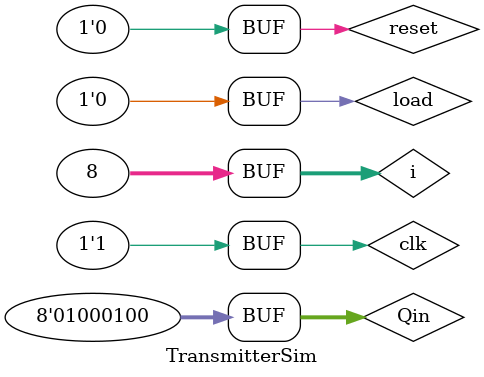
<source format=v>
`timescale 1ns / 1ps


module TransmitterSim;
    parameter n = 8;
    reg reset = 1; 
    reg clk = 0;
    reg load = 0;
    reg [n-1:0] Qin;
    wire out;
    
    integer i;
    
    Transmitter uut(reset, clk, Qin, load, out);
    initial begin
    
        #1 clk = 0; 
        #1 clk = 1; Qin = 8'h45; reset = 0; load = 1;
        #1 clk = 0;
        #1 clk = 1; load = 0;
        
        for(i = 0; i < 8; i = i+1)
        begin
            #1 clk = 0;
            #1 clk = 1;
        end
        
        #1 clk = 0; 
        #1 clk = 1; Qin = 8'h44; reset = 0; load = 1;
        #1 clk = 0;
        #1 clk = 1; load = 0;
        
        for(i = 0; i < 8; i = i+1)
        begin
            #1 clk = 0;
            #1 clk = 1;
        end
    end

endmodule

</source>
